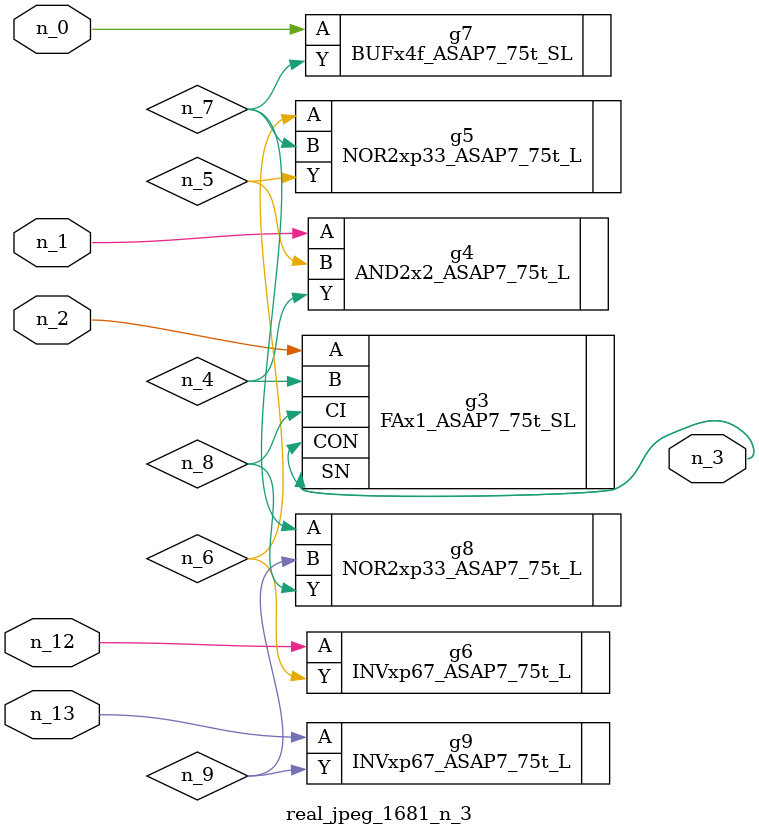
<source format=v>
module real_jpeg_1681_n_3 (n_12, n_0, n_1, n_2, n_13, n_3);

input n_12;
input n_0;
input n_1;
input n_2;
input n_13;

output n_3;

wire n_5;
wire n_4;
wire n_8;
wire n_6;
wire n_7;
wire n_9;

BUFx4f_ASAP7_75t_SL g7 ( 
.A(n_0),
.Y(n_7)
);

AND2x2_ASAP7_75t_L g4 ( 
.A(n_1),
.B(n_5),
.Y(n_4)
);

FAx1_ASAP7_75t_SL g3 ( 
.A(n_2),
.B(n_4),
.CI(n_8),
.CON(n_3),
.SN(n_3)
);

NOR2xp33_ASAP7_75t_L g5 ( 
.A(n_6),
.B(n_7),
.Y(n_5)
);

NOR2xp33_ASAP7_75t_L g8 ( 
.A(n_7),
.B(n_9),
.Y(n_8)
);

INVxp67_ASAP7_75t_L g6 ( 
.A(n_12),
.Y(n_6)
);

INVxp67_ASAP7_75t_L g9 ( 
.A(n_13),
.Y(n_9)
);


endmodule
</source>
